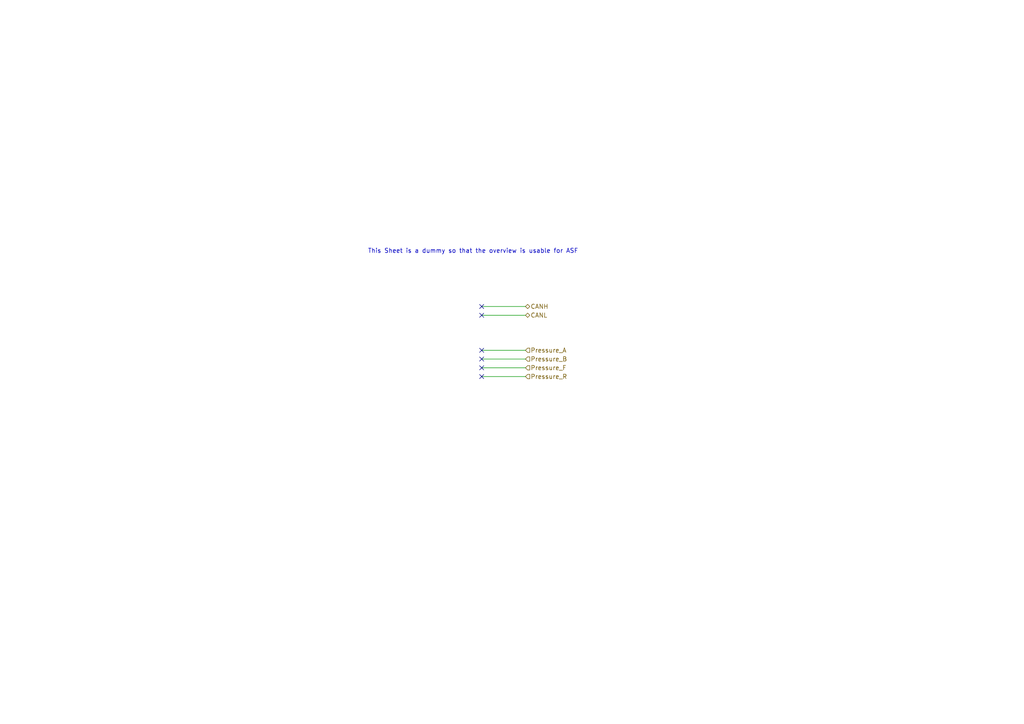
<source format=kicad_sch>
(kicad_sch (version 20230121) (generator eeschema)
  (paper "A4")
  (lib_symbols)
  (no_connect (at 139.7 109.22))
  (no_connect (at 139.7 91.44))
  (no_connect (at 139.7 88.9))
  (no_connect (at 139.7 101.6))
  (no_connect (at 139.7 104.14))
  (no_connect (at 139.7 106.68))
  (wire (pts (xy 139.7 104.14) (xy 152.4 104.14)))
  (wire (pts (xy 139.7 109.22) (xy 152.4 109.22)))
  (wire (pts (xy 139.7 91.44) (xy 152.4 91.44)))
  (wire (pts (xy 139.7 88.9) (xy 152.4 88.9)))
  (wire (pts (xy 139.7 101.6) (xy 152.4 101.6)))
  (wire (pts (xy 139.7 106.68) (xy 152.4 106.68)))
  (text "This Sheet is a dummy so that the overview is usable for ASF" (at 106.68 73.66 0) (effects (font (size 1.27 1.27)) (justify left bottom)))
  (hierarchical_label "Pressure_F" (shape input) (at 152.4 106.68 0))
  (hierarchical_label "Pressure_R" (shape input) (at 152.4 109.22 0))
  (hierarchical_label "Pressure_A" (shape input) (at 152.4 101.6 0))
  (hierarchical_label "Pressure_B" (shape input) (at 152.4 104.14 0))
  (hierarchical_label "CANH" (shape bidirectional) (at 152.4 88.9 0))
  (hierarchical_label "CANL" (shape bidirectional) (at 152.4 91.44 0))
)
</source>
